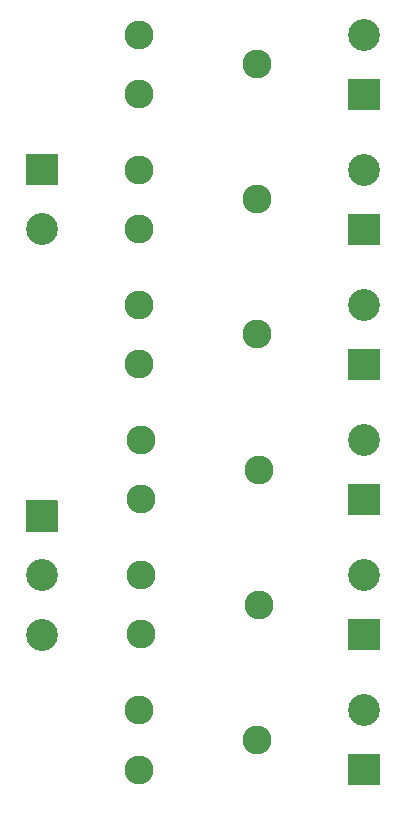
<source format=gbr>
%TF.GenerationSoftware,KiCad,Pcbnew,(5.1.10)-1*%
%TF.CreationDate,2021-08-17T16:01:40+03:00*%
%TF.ProjectId,Lamls_Type3,4c616d6c-735f-4547-9970-65332e6b6963,rev?*%
%TF.SameCoordinates,Original*%
%TF.FileFunction,Soldermask,Top*%
%TF.FilePolarity,Negative*%
%FSLAX46Y46*%
G04 Gerber Fmt 4.6, Leading zero omitted, Abs format (unit mm)*
G04 Created by KiCad (PCBNEW (5.1.10)-1) date 2021-08-17 16:01:40*
%MOMM*%
%LPD*%
G01*
G04 APERTURE LIST*
%ADD10C,2.442000*%
%ADD11C,2.702000*%
G04 APERTURE END LIST*
D10*
%TO.C,RV6*%
X160020000Y-127000000D03*
X170020000Y-124500000D03*
X160020000Y-122000000D03*
%TD*%
%TO.C,RV5*%
X160180000Y-115530000D03*
X170180000Y-113030000D03*
X160180000Y-110530000D03*
%TD*%
%TO.C,RV4*%
X160180000Y-104100000D03*
X170180000Y-101600000D03*
X160180000Y-99100000D03*
%TD*%
%TO.C,RV3*%
X160020000Y-92630000D03*
X170020000Y-90130000D03*
X160020000Y-87630000D03*
%TD*%
%TO.C,RV2*%
X160020000Y-81200000D03*
X170020000Y-78700000D03*
X160020000Y-76200000D03*
%TD*%
%TO.C,RV1*%
X160020000Y-69770000D03*
X170020000Y-67270000D03*
X160020000Y-64770000D03*
%TD*%
D11*
%TO.C,J8*%
X179070000Y-122000000D03*
G36*
G01*
X180370000Y-128351000D02*
X177770000Y-128351000D01*
G75*
G02*
X177719000Y-128300000I0J51000D01*
G01*
X177719000Y-125700000D01*
G75*
G02*
X177770000Y-125649000I51000J0D01*
G01*
X180370000Y-125649000D01*
G75*
G02*
X180421000Y-125700000I0J-51000D01*
G01*
X180421000Y-128300000D01*
G75*
G02*
X180370000Y-128351000I-51000J0D01*
G01*
G37*
%TD*%
%TO.C,J7*%
X179070000Y-110570000D03*
G36*
G01*
X180370000Y-116921000D02*
X177770000Y-116921000D01*
G75*
G02*
X177719000Y-116870000I0J51000D01*
G01*
X177719000Y-114270000D01*
G75*
G02*
X177770000Y-114219000I51000J0D01*
G01*
X180370000Y-114219000D01*
G75*
G02*
X180421000Y-114270000I0J-51000D01*
G01*
X180421000Y-116870000D01*
G75*
G02*
X180370000Y-116921000I-51000J0D01*
G01*
G37*
%TD*%
%TO.C,J6*%
X179070000Y-64850000D03*
G36*
G01*
X180370000Y-71201000D02*
X177770000Y-71201000D01*
G75*
G02*
X177719000Y-71150000I0J51000D01*
G01*
X177719000Y-68550000D01*
G75*
G02*
X177770000Y-68499000I51000J0D01*
G01*
X180370000Y-68499000D01*
G75*
G02*
X180421000Y-68550000I0J-51000D01*
G01*
X180421000Y-71150000D01*
G75*
G02*
X180370000Y-71201000I-51000J0D01*
G01*
G37*
%TD*%
%TO.C,J5*%
X179070000Y-99140000D03*
G36*
G01*
X180370000Y-105491000D02*
X177770000Y-105491000D01*
G75*
G02*
X177719000Y-105440000I0J51000D01*
G01*
X177719000Y-102840000D01*
G75*
G02*
X177770000Y-102789000I51000J0D01*
G01*
X180370000Y-102789000D01*
G75*
G02*
X180421000Y-102840000I0J-51000D01*
G01*
X180421000Y-105440000D01*
G75*
G02*
X180370000Y-105491000I-51000J0D01*
G01*
G37*
%TD*%
%TO.C,J4*%
X179070000Y-87710000D03*
G36*
G01*
X180370000Y-94061000D02*
X177770000Y-94061000D01*
G75*
G02*
X177719000Y-94010000I0J51000D01*
G01*
X177719000Y-91410000D01*
G75*
G02*
X177770000Y-91359000I51000J0D01*
G01*
X180370000Y-91359000D01*
G75*
G02*
X180421000Y-91410000I0J-51000D01*
G01*
X180421000Y-94010000D01*
G75*
G02*
X180370000Y-94061000I-51000J0D01*
G01*
G37*
%TD*%
%TO.C,J3*%
X179070000Y-76280000D03*
G36*
G01*
X180370000Y-82631000D02*
X177770000Y-82631000D01*
G75*
G02*
X177719000Y-82580000I0J51000D01*
G01*
X177719000Y-79980000D01*
G75*
G02*
X177770000Y-79929000I51000J0D01*
G01*
X180370000Y-79929000D01*
G75*
G02*
X180421000Y-79980000I0J-51000D01*
G01*
X180421000Y-82580000D01*
G75*
G02*
X180370000Y-82631000I-51000J0D01*
G01*
G37*
%TD*%
%TO.C,J2*%
X151765000Y-81200000D03*
G36*
G01*
X150465000Y-74849000D02*
X153065000Y-74849000D01*
G75*
G02*
X153116000Y-74900000I0J-51000D01*
G01*
X153116000Y-77500000D01*
G75*
G02*
X153065000Y-77551000I-51000J0D01*
G01*
X150465000Y-77551000D01*
G75*
G02*
X150414000Y-77500000I0J51000D01*
G01*
X150414000Y-74900000D01*
G75*
G02*
X150465000Y-74849000I51000J0D01*
G01*
G37*
%TD*%
%TO.C,J1*%
X151765000Y-115570000D03*
X151765000Y-110570000D03*
G36*
G01*
X150465000Y-104219000D02*
X153065000Y-104219000D01*
G75*
G02*
X153116000Y-104270000I0J-51000D01*
G01*
X153116000Y-106870000D01*
G75*
G02*
X153065000Y-106921000I-51000J0D01*
G01*
X150465000Y-106921000D01*
G75*
G02*
X150414000Y-106870000I0J51000D01*
G01*
X150414000Y-104270000D01*
G75*
G02*
X150465000Y-104219000I51000J0D01*
G01*
G37*
%TD*%
M02*

</source>
